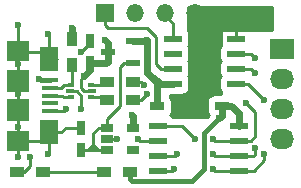
<source format=gtl>
G04 #@! TF.FileFunction,Copper,L1,Top,Signal*
%FSLAX46Y46*%
G04 Gerber Fmt 4.6, Leading zero omitted, Abs format (unit mm)*
G04 Created by KiCad (PCBNEW 4.0.7-e2-6376~58~ubuntu16.04.1) date Mon May 21 14:16:18 2018*
%MOMM*%
%LPD*%
G01*
G04 APERTURE LIST*
%ADD10C,0.100000*%
%ADD11R,2.032000X1.727200*%
%ADD12O,2.032000X1.727200*%
%ADD13R,1.550000X0.600000*%
%ADD14R,1.900000X1.900000*%
%ADD15R,1.900000X1.800000*%
%ADD16R,1.600000X2.100000*%
%ADD17R,1.350000X0.400000*%
%ADD18R,1.175000X1.175000*%
%ADD19R,1.060000X0.650000*%
%ADD20R,0.750000X1.200000*%
%ADD21R,1.200000X0.750000*%
%ADD22R,1.300000X0.600000*%
%ADD23R,1.500000X1.500000*%
%ADD24O,1.500000X1.500000*%
%ADD25R,0.900000X1.200000*%
%ADD26R,1.200000X0.900000*%
%ADD27R,0.500000X0.375000*%
%ADD28R,0.650000X0.300000*%
%ADD29C,0.600000*%
%ADD30C,0.250000*%
%ADD31C,0.450000*%
%ADD32C,0.600000*%
%ADD33C,0.400000*%
%ADD34C,0.500000*%
%ADD35C,0.254000*%
G04 APERTURE END LIST*
D10*
D11*
X141732000Y-99568000D03*
D12*
X141732000Y-102108000D03*
X141732000Y-104648000D03*
X141732000Y-107188000D03*
D13*
X131220000Y-106045000D03*
X131220000Y-107315000D03*
X131220000Y-108585000D03*
X131220000Y-109855000D03*
X138020000Y-109855000D03*
X138020000Y-108585000D03*
X138020000Y-107315000D03*
X138020000Y-106045000D03*
D14*
X119380000Y-102305000D03*
X119380000Y-104705000D03*
D15*
X119380000Y-107305000D03*
X119380000Y-99705000D03*
D16*
X121930000Y-106605000D03*
X121930000Y-100405000D03*
D17*
X122055000Y-102205000D03*
X122055000Y-102855000D03*
X122055000Y-103505000D03*
X122055000Y-104155000D03*
X122055000Y-104805000D03*
D13*
X137828000Y-102489000D03*
X137828000Y-101219000D03*
X137828000Y-99949000D03*
X137828000Y-98679000D03*
X132428000Y-98679000D03*
X132428000Y-99949000D03*
X132428000Y-101219000D03*
X132428000Y-102489000D03*
D18*
X134540500Y-99996500D03*
X134540500Y-101171500D03*
X135715500Y-99996500D03*
X135715500Y-101171500D03*
D19*
X126916000Y-106238000D03*
X126916000Y-107188000D03*
X126916000Y-108138000D03*
X129116000Y-108138000D03*
X129116000Y-106238000D03*
D20*
X124714000Y-108138000D03*
X124714000Y-106238000D03*
X125476000Y-100772000D03*
X125476000Y-98872000D03*
D21*
X136586000Y-104394000D03*
X134686000Y-104394000D03*
X131130000Y-104394000D03*
X133030000Y-104394000D03*
D22*
X126966000Y-99822000D03*
X129066000Y-98872000D03*
X129066000Y-100772000D03*
D23*
X126746000Y-96520000D03*
D24*
X129286000Y-96520000D03*
X131826000Y-96520000D03*
X134366000Y-96520000D03*
D25*
X123952000Y-98722000D03*
X123952000Y-100922000D03*
D26*
X128862000Y-109982000D03*
X126662000Y-109982000D03*
X126916000Y-102362000D03*
X129116000Y-102362000D03*
X126916000Y-103886000D03*
X129116000Y-103886000D03*
D27*
X123864000Y-102586500D03*
X123864000Y-103661500D03*
D28*
X125639000Y-103124000D03*
X123789000Y-103124000D03*
D27*
X125564000Y-103661500D03*
X125564000Y-102586500D03*
D26*
X119296000Y-109982000D03*
X121496000Y-109982000D03*
D29*
X135636000Y-102616000D03*
X134620000Y-103632000D03*
X134620000Y-102616000D03*
X139446000Y-97282000D03*
X139446000Y-96520000D03*
X137922000Y-97282000D03*
X136398000Y-97282000D03*
X136398000Y-96520000D03*
X137922000Y-96520000D03*
X124714000Y-99822000D03*
X133096000Y-103632000D03*
X127762000Y-107188000D03*
X119380000Y-100838000D03*
X119380000Y-103378000D03*
X119380000Y-106172000D03*
X120396000Y-108712000D03*
X119380000Y-108712000D03*
X119380000Y-97536000D03*
X121920000Y-98298000D03*
X121920000Y-108458000D03*
X123444000Y-104648000D03*
X124714000Y-104648000D03*
X132588000Y-109728000D03*
X121158000Y-102108000D03*
X124968000Y-101854000D03*
X126746000Y-98806000D03*
X123952000Y-97790000D03*
X129032000Y-105156000D03*
X136398000Y-105410000D03*
X130302000Y-98806000D03*
X134366000Y-107188000D03*
X130048000Y-102616000D03*
X129540000Y-107188000D03*
X130302000Y-103378000D03*
X132842000Y-108458000D03*
X135890000Y-109728000D03*
X140208000Y-108458000D03*
X140208000Y-103886000D03*
X135890000Y-108458000D03*
X139446000Y-107950000D03*
X139446000Y-101600000D03*
X135890000Y-107188000D03*
X139446000Y-100330000D03*
X138684000Y-104140000D03*
X132428000Y-99949000D03*
D30*
X135636000Y-102616000D02*
X134620000Y-102616000D01*
X135636000Y-102616000D02*
X134620000Y-102616000D01*
X134620000Y-102616000D02*
X135636000Y-102616000D01*
X134620000Y-102616000D02*
X135382000Y-102616000D01*
X135382000Y-102616000D02*
X135636000Y-102616000D01*
X139446000Y-96520000D02*
X139446000Y-97282000D01*
X137828000Y-97376000D02*
X137922000Y-97282000D01*
X137828000Y-98679000D02*
X137828000Y-97376000D01*
X136398000Y-98806000D02*
X136398000Y-97282000D01*
X136398000Y-99314000D02*
X136398000Y-98806000D01*
X136398000Y-99314000D02*
X135715500Y-99996500D01*
X137922000Y-96520000D02*
X136398000Y-96520000D01*
X134620000Y-101251000D02*
X134620000Y-102616000D01*
X134686000Y-103698000D02*
X134620000Y-103632000D01*
X134686000Y-103698000D02*
X134686000Y-104394000D01*
X134620000Y-101251000D02*
X134540500Y-101171500D01*
X134540500Y-101171500D02*
X135715500Y-99996500D01*
X135715500Y-99996500D02*
X135715500Y-101171500D01*
X135715500Y-101171500D02*
X135715500Y-99996500D01*
X125476000Y-98872000D02*
X125476000Y-99060000D01*
X125476000Y-99060000D02*
X124714000Y-99822000D01*
X133030000Y-104394000D02*
X133030000Y-103698000D01*
X133030000Y-103698000D02*
X133096000Y-103632000D01*
X121930000Y-100405000D02*
X122607000Y-100405000D01*
X125410000Y-98872000D02*
X125476000Y-98872000D01*
X126916000Y-107188000D02*
X127762000Y-107188000D01*
X119296000Y-109982000D02*
X119888000Y-109982000D01*
X119888000Y-109982000D02*
X120396000Y-109474000D01*
X120396000Y-109474000D02*
X120396000Y-108712000D01*
X119380000Y-107305000D02*
X119380000Y-108712000D01*
X119380000Y-99705000D02*
X119380000Y-97536000D01*
X121930000Y-100405000D02*
X121930000Y-98308000D01*
X121930000Y-98308000D02*
X121920000Y-98298000D01*
X121930000Y-106605000D02*
X121930000Y-108448000D01*
X121930000Y-108448000D02*
X121920000Y-108458000D01*
X122055000Y-104805000D02*
X123287000Y-104805000D01*
X123287000Y-104805000D02*
X123444000Y-104648000D01*
X123789000Y-103124000D02*
X124331602Y-103124000D01*
X124331602Y-103124000D02*
X124714000Y-103506398D01*
X124714000Y-103506398D02*
X124714000Y-104648000D01*
X121930000Y-106605000D02*
X123011000Y-106605000D01*
X123011000Y-106605000D02*
X123378000Y-106238000D01*
X123378000Y-106238000D02*
X124714000Y-106238000D01*
X119380000Y-107305000D02*
X121230000Y-107305000D01*
X121230000Y-107305000D02*
X121930000Y-106605000D01*
X119296000Y-107389000D02*
X119380000Y-107305000D01*
X119380000Y-107305000D02*
X119380000Y-106172000D01*
X119380000Y-106172000D02*
X119380000Y-104705000D01*
X119380000Y-104705000D02*
X119380000Y-103378000D01*
X119380000Y-103378000D02*
X119380000Y-102305000D01*
X119380000Y-102305000D02*
X119380000Y-100838000D01*
X119380000Y-100838000D02*
X119380000Y-99705000D01*
X119380000Y-99705000D02*
X119497000Y-99822000D01*
X119497000Y-99822000D02*
X121347000Y-99822000D01*
X121347000Y-99822000D02*
X121930000Y-100405000D01*
X131220000Y-109855000D02*
X132461000Y-109855000D01*
X132461000Y-109855000D02*
X132588000Y-109728000D01*
X126916000Y-106238000D02*
X126916000Y-105494000D01*
X126916000Y-105494000D02*
X127508000Y-104902000D01*
X127508000Y-104902000D02*
X128016000Y-104394000D01*
X128016000Y-104394000D02*
X128016000Y-101600000D01*
X128016000Y-101600000D02*
X128016000Y-101092000D01*
X128016000Y-101092000D02*
X128336000Y-100772000D01*
X128336000Y-100772000D02*
X129066000Y-100772000D01*
X127000000Y-106154000D02*
X126916000Y-106238000D01*
X125730000Y-107442000D02*
X125730000Y-107696000D01*
X125730000Y-107696000D02*
X125288000Y-108138000D01*
X125288000Y-108138000D02*
X124714000Y-108138000D01*
X125730000Y-107696000D02*
X125730000Y-108138000D01*
X125730000Y-108138000D02*
X125730000Y-107696000D01*
X125730000Y-107696000D02*
X126172000Y-108138000D01*
X126172000Y-108138000D02*
X126916000Y-108138000D01*
X126916000Y-106238000D02*
X126172000Y-106238000D01*
X125542000Y-108138000D02*
X124714000Y-108138000D01*
X125730000Y-107950000D02*
X125542000Y-108138000D01*
X125730000Y-106680000D02*
X125730000Y-107442000D01*
X125730000Y-107696000D02*
X125730000Y-107950000D01*
X126172000Y-106238000D02*
X125730000Y-106680000D01*
X124714000Y-108138000D02*
X126916000Y-108138000D01*
X125639000Y-103124000D02*
X124968000Y-103124000D01*
X124714000Y-102108000D02*
X124968000Y-101854000D01*
X124714000Y-102870000D02*
X124714000Y-102108000D01*
X124968000Y-103124000D02*
X124714000Y-102870000D01*
D31*
X121255000Y-102205000D02*
X122055000Y-102205000D01*
X121158000Y-102108000D02*
X121255000Y-102205000D01*
D32*
X125476000Y-100772000D02*
X125476000Y-101346000D01*
X125476000Y-101346000D02*
X124968000Y-101854000D01*
X123952000Y-98722000D02*
X123952000Y-97790000D01*
X126966000Y-99026000D02*
X126966000Y-99822000D01*
X126746000Y-98806000D02*
X126966000Y-99026000D01*
X125476000Y-100772000D02*
X126812000Y-100772000D01*
X126966000Y-100618000D02*
X126966000Y-99822000D01*
X126812000Y-100772000D02*
X126966000Y-100618000D01*
D33*
X128862000Y-109982000D02*
X128862000Y-110574000D01*
X135128000Y-106680000D02*
X136398000Y-105410000D01*
X135128000Y-109728000D02*
X135128000Y-106680000D01*
X134112000Y-110744000D02*
X135128000Y-109728000D01*
X129032000Y-110744000D02*
X134112000Y-110744000D01*
X128862000Y-110574000D02*
X129032000Y-110744000D01*
X128862000Y-109982000D02*
X129032000Y-109982000D01*
D34*
X128862000Y-109982000D02*
X128862000Y-109812000D01*
D32*
X129116000Y-106238000D02*
X129116000Y-105240000D01*
X129116000Y-105240000D02*
X129032000Y-105156000D01*
X136586000Y-105222000D02*
X136586000Y-104394000D01*
X136398000Y-105410000D02*
X136586000Y-105222000D01*
X136586000Y-104394000D02*
X137414000Y-104394000D01*
X138020000Y-105000000D02*
X138020000Y-106045000D01*
X137414000Y-104394000D02*
X138020000Y-105000000D01*
X131130000Y-104394000D02*
X131130000Y-102428000D01*
X131130000Y-102428000D02*
X130302000Y-101600000D01*
X132428000Y-102489000D02*
X131445000Y-102489000D01*
X131445000Y-102489000D02*
X130302000Y-101600000D01*
X130302000Y-101600000D02*
X130302000Y-98806000D01*
X130302000Y-98806000D02*
X130236000Y-98872000D01*
X130236000Y-98872000D02*
X129066000Y-98872000D01*
D30*
X131220000Y-106045000D02*
X133223000Y-106045000D01*
X133223000Y-106045000D02*
X134366000Y-107188000D01*
X131220000Y-107315000D02*
X129667000Y-107315000D01*
X129794000Y-102362000D02*
X129116000Y-102362000D01*
X130048000Y-102616000D02*
X129794000Y-102362000D01*
X129667000Y-107315000D02*
X129540000Y-107188000D01*
X131220000Y-108585000D02*
X132715000Y-108585000D01*
X129794000Y-103886000D02*
X129116000Y-103886000D01*
X130302000Y-103378000D02*
X129794000Y-103886000D01*
X132715000Y-108585000D02*
X132842000Y-108458000D01*
X138020000Y-109855000D02*
X139319000Y-109855000D01*
X140208000Y-108966000D02*
X140208000Y-108458000D01*
X139319000Y-109855000D02*
X140208000Y-108966000D01*
X138020000Y-109855000D02*
X136017000Y-109855000D01*
X136017000Y-109855000D02*
X135890000Y-109728000D01*
X138811000Y-102489000D02*
X137828000Y-102489000D01*
X140208000Y-103886000D02*
X138811000Y-102489000D01*
X138020000Y-108585000D02*
X139319000Y-108585000D01*
X139446000Y-108458000D02*
X139446000Y-107950000D01*
X139319000Y-108585000D02*
X139446000Y-108458000D01*
X138020000Y-108585000D02*
X136017000Y-108585000D01*
X136017000Y-108585000D02*
X135890000Y-108458000D01*
X139065000Y-101219000D02*
X137828000Y-101219000D01*
X139446000Y-101600000D02*
X139065000Y-101219000D01*
X138020000Y-107315000D02*
X136017000Y-107315000D01*
X136017000Y-107315000D02*
X135890000Y-107188000D01*
X138020000Y-107315000D02*
X139065000Y-107315000D01*
X139065000Y-99949000D02*
X137828000Y-99949000D01*
X139446000Y-100330000D02*
X139065000Y-99949000D01*
X139446000Y-104902000D02*
X138684000Y-104140000D01*
X139446000Y-106934000D02*
X139446000Y-104902000D01*
X139065000Y-107315000D02*
X139446000Y-106934000D01*
X132428000Y-101219000D02*
X131445000Y-101219000D01*
X126746000Y-97536000D02*
X126746000Y-96520000D01*
X127000000Y-97790000D02*
X126746000Y-97536000D01*
X130302000Y-97790000D02*
X127000000Y-97790000D01*
X131064000Y-98552000D02*
X130302000Y-97790000D01*
X131064000Y-100838000D02*
X131064000Y-98552000D01*
X131445000Y-101219000D02*
X131064000Y-100838000D01*
X131826000Y-96520000D02*
X131826000Y-96774000D01*
X131826000Y-96774000D02*
X132428000Y-97376000D01*
X132428000Y-97376000D02*
X132428000Y-98679000D01*
X123952000Y-100922000D02*
X123952000Y-102498500D01*
X123952000Y-102498500D02*
X123864000Y-102586500D01*
X122055000Y-102855000D02*
X122951000Y-102855000D01*
X123219500Y-102586500D02*
X123864000Y-102586500D01*
X122951000Y-102855000D02*
X123219500Y-102586500D01*
X122055000Y-103505000D02*
X123063000Y-103505000D01*
X123219500Y-103661500D02*
X123864000Y-103661500D01*
X123063000Y-103505000D02*
X123219500Y-103661500D01*
X125564000Y-102586500D02*
X126691500Y-102586500D01*
X126691500Y-102586500D02*
X126916000Y-102362000D01*
X125564000Y-103661500D02*
X126691500Y-103661500D01*
X126691500Y-103661500D02*
X126916000Y-103886000D01*
X121496000Y-109982000D02*
X126662000Y-109982000D01*
D35*
G36*
X140843000Y-97917000D02*
X136652000Y-97917000D01*
X136602590Y-97927006D01*
X136560965Y-97955447D01*
X136533685Y-97997841D01*
X136525000Y-98044000D01*
X136525000Y-99296958D01*
X136456569Y-99397110D01*
X136405560Y-99649000D01*
X136405560Y-100249000D01*
X136449838Y-100484317D01*
X136513678Y-100583528D01*
X136456569Y-100667110D01*
X136405560Y-100919000D01*
X136405560Y-101519000D01*
X136449838Y-101754317D01*
X136513678Y-101853528D01*
X136456569Y-101937110D01*
X136405560Y-102189000D01*
X136405560Y-102789000D01*
X136449838Y-103024317D01*
X136525000Y-103141122D01*
X136525000Y-103371560D01*
X135986000Y-103371560D01*
X135750683Y-103415838D01*
X135601155Y-103512056D01*
X135586590Y-103515006D01*
X135544965Y-103543447D01*
X135539730Y-103551583D01*
X135534559Y-103554910D01*
X135389569Y-103767110D01*
X135338560Y-104019000D01*
X135338560Y-104769000D01*
X135382838Y-105004317D01*
X135476798Y-105150334D01*
X135344132Y-105283000D01*
X132443636Y-105283000D01*
X132246890Y-105148569D01*
X132240127Y-105147200D01*
X132326431Y-105020890D01*
X132377440Y-104769000D01*
X132377440Y-104019000D01*
X132333162Y-103783683D01*
X132207000Y-103587622D01*
X132207000Y-103436440D01*
X133203000Y-103436440D01*
X133438317Y-103392162D01*
X133654441Y-103253090D01*
X133670846Y-103229081D01*
X133695035Y-103212553D01*
X133722315Y-103170159D01*
X133726575Y-103147518D01*
X133799431Y-103040890D01*
X133850440Y-102789000D01*
X133850440Y-102189000D01*
X133806162Y-101953683D01*
X133742322Y-101854472D01*
X133799431Y-101770890D01*
X133850440Y-101519000D01*
X133850440Y-100919000D01*
X133806162Y-100683683D01*
X133742322Y-100584472D01*
X133799431Y-100500890D01*
X133850440Y-100249000D01*
X133850440Y-99649000D01*
X133806162Y-99413683D01*
X133742322Y-99314472D01*
X133799431Y-99230890D01*
X133850440Y-98979000D01*
X133850440Y-98379000D01*
X133806162Y-98143683D01*
X133731000Y-98026878D01*
X133731000Y-95960000D01*
X140843000Y-95960000D01*
X140843000Y-97917000D01*
X140843000Y-97917000D01*
G37*
X140843000Y-97917000D02*
X136652000Y-97917000D01*
X136602590Y-97927006D01*
X136560965Y-97955447D01*
X136533685Y-97997841D01*
X136525000Y-98044000D01*
X136525000Y-99296958D01*
X136456569Y-99397110D01*
X136405560Y-99649000D01*
X136405560Y-100249000D01*
X136449838Y-100484317D01*
X136513678Y-100583528D01*
X136456569Y-100667110D01*
X136405560Y-100919000D01*
X136405560Y-101519000D01*
X136449838Y-101754317D01*
X136513678Y-101853528D01*
X136456569Y-101937110D01*
X136405560Y-102189000D01*
X136405560Y-102789000D01*
X136449838Y-103024317D01*
X136525000Y-103141122D01*
X136525000Y-103371560D01*
X135986000Y-103371560D01*
X135750683Y-103415838D01*
X135601155Y-103512056D01*
X135586590Y-103515006D01*
X135544965Y-103543447D01*
X135539730Y-103551583D01*
X135534559Y-103554910D01*
X135389569Y-103767110D01*
X135338560Y-104019000D01*
X135338560Y-104769000D01*
X135382838Y-105004317D01*
X135476798Y-105150334D01*
X135344132Y-105283000D01*
X132443636Y-105283000D01*
X132246890Y-105148569D01*
X132240127Y-105147200D01*
X132326431Y-105020890D01*
X132377440Y-104769000D01*
X132377440Y-104019000D01*
X132333162Y-103783683D01*
X132207000Y-103587622D01*
X132207000Y-103436440D01*
X133203000Y-103436440D01*
X133438317Y-103392162D01*
X133654441Y-103253090D01*
X133670846Y-103229081D01*
X133695035Y-103212553D01*
X133722315Y-103170159D01*
X133726575Y-103147518D01*
X133799431Y-103040890D01*
X133850440Y-102789000D01*
X133850440Y-102189000D01*
X133806162Y-101953683D01*
X133742322Y-101854472D01*
X133799431Y-101770890D01*
X133850440Y-101519000D01*
X133850440Y-100919000D01*
X133806162Y-100683683D01*
X133742322Y-100584472D01*
X133799431Y-100500890D01*
X133850440Y-100249000D01*
X133850440Y-99649000D01*
X133806162Y-99413683D01*
X133742322Y-99314472D01*
X133799431Y-99230890D01*
X133850440Y-98979000D01*
X133850440Y-98379000D01*
X133806162Y-98143683D01*
X133731000Y-98026878D01*
X133731000Y-95960000D01*
X140843000Y-95960000D01*
X140843000Y-97917000D01*
M02*

</source>
